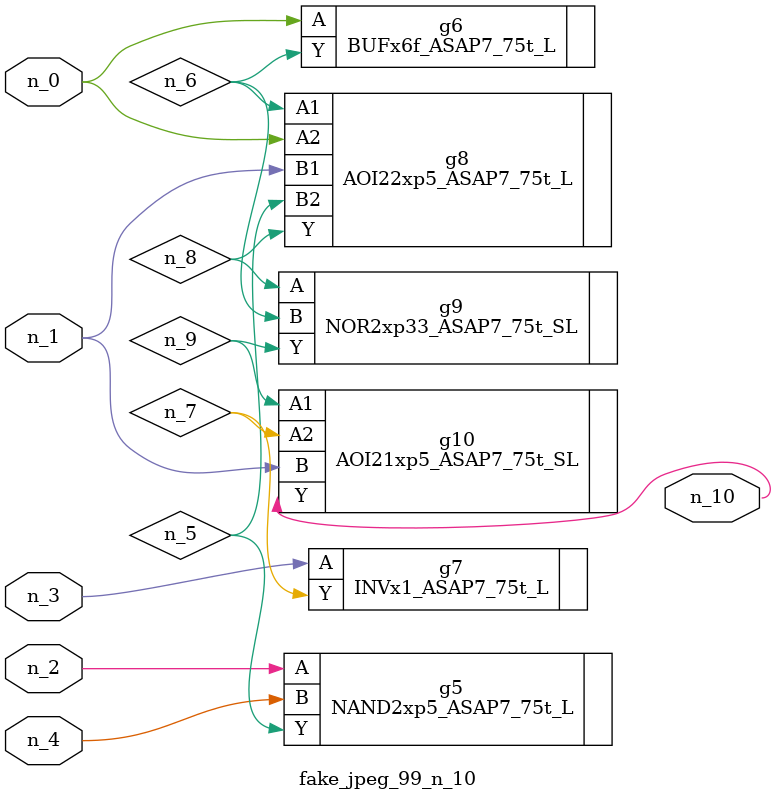
<source format=v>
module fake_jpeg_99_n_10 (n_3, n_2, n_1, n_0, n_4, n_10);

input n_3;
input n_2;
input n_1;
input n_0;
input n_4;

output n_10;

wire n_8;
wire n_9;
wire n_6;
wire n_5;
wire n_7;

NAND2xp5_ASAP7_75t_L g5 ( 
.A(n_2),
.B(n_4),
.Y(n_5)
);

BUFx6f_ASAP7_75t_L g6 ( 
.A(n_0),
.Y(n_6)
);

INVx1_ASAP7_75t_L g7 ( 
.A(n_3),
.Y(n_7)
);

AOI22xp5_ASAP7_75t_L g8 ( 
.A1(n_6),
.A2(n_0),
.B1(n_1),
.B2(n_5),
.Y(n_8)
);

NOR2xp33_ASAP7_75t_SL g9 ( 
.A(n_8),
.B(n_6),
.Y(n_9)
);

AOI21xp5_ASAP7_75t_SL g10 ( 
.A1(n_9),
.A2(n_7),
.B(n_1),
.Y(n_10)
);


endmodule
</source>
